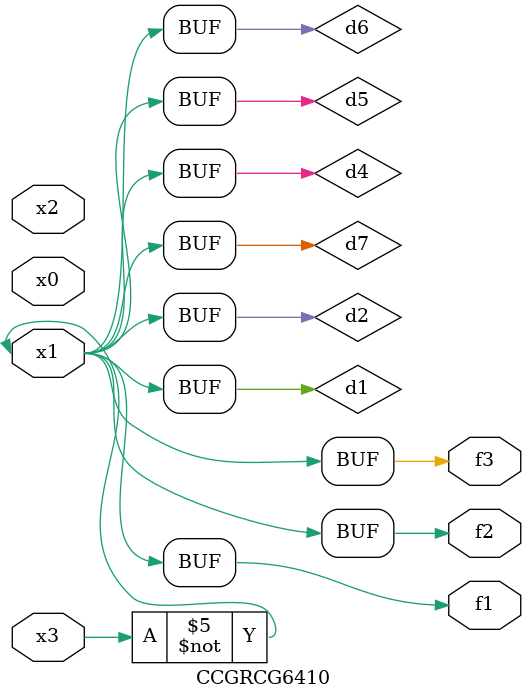
<source format=v>
module CCGRCG6410(
	input x0, x1, x2, x3,
	output f1, f2, f3
);

	wire d1, d2, d3, d4, d5, d6, d7;

	not (d1, x3);
	buf (d2, x1);
	xnor (d3, d1, d2);
	nor (d4, d1);
	buf (d5, d1, d2);
	buf (d6, d4, d5);
	nand (d7, d4);
	assign f1 = d6;
	assign f2 = d7;
	assign f3 = d6;
endmodule

</source>
